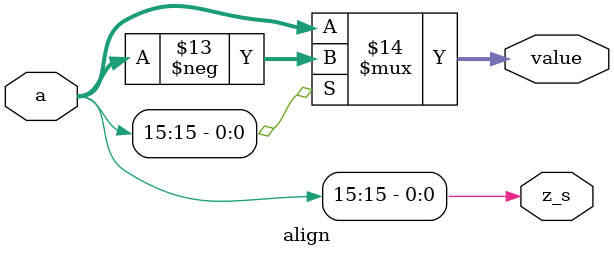
<source format=v>
`define SIMULATION_MEMORY
`define VECTOR_DEPTH 64 //Q,K,V vector size
`define DATA_WIDTH 16
`define VECTOR_BITS 1024 // 16 bit each (16x64)
`define NUM_WORDS 32   //num of words in the sentence
`define BUF_AWIDTH 4 //16 entries in each buffer ram
`define BUF_LOC_SIZE 4 //4 words in each addr location
`define OUT_RAM_DEPTH 512 //512 entries in output bram
//`define EXPONENT 8
//`define MANTISSA 7
`define EXPONENT 5
`define MANTISSA 10
`define SIGN 1
`define DWIDTH (`SIGN+`EXPONENT+`MANTISSA)
`define DEFINES_DONE
`define DATAWIDTH (`SIGN+`EXPONENT+`MANTISSA)
`define IEEE_COMPLIANCE 1
`define NUM 4
`define ADDRSIZE 4

module logunit (fpin, fpout, status, clk, reset, mode5_stage3_run, mode5_stage2_run, mode5_stage1_run);

	input [15:0] fpin;
	output [15:0] fpout;
	output [7:0] status;
	input clk,reset;

	input mode5_stage3_run;
    input mode5_stage2_run;
    input mode5_stage1_run;	
   // input mode5_stage0_run;
  
	wire [15: 0] fxout1;
	wire [15: 0] fxout2;
    wire [15:0] fpin_f;
    wire [15:0] fpout_f;
	reg [15:0] fpin_f_reg;
    reg [15:0] fpout_f_reg;
	reg [15: 0] fxout1_reg;
	reg [15: 0] fxout2_reg;
	//reg [15: 0] pipe1;
	//reg [15: 0] pipe2;

  int_to_float_fp16 int_float (.input_a(fpin),.output_z(fpin_f));
  FPLUT1 lut1 (.addr(fpin_f_reg[14:10]),.log(fxout1)); 
  FP8LUT2 lut2 (.addr(fpin_f_reg[9:2]),.log(fxout2)); 
`ifdef complex_dsp
adder_fp_clk u_add(.clk(clk), .a(fxout1_reg), .b(fxout2_reg), .out(fpout_f));
`else
FPAddSub u_FPAddSub (.clk(clk), .rst(1'b0), .a(fxout1_reg), .b(fxout2_reg), .operation(1'b0), .result(fpout_f), .flags());
`endif
  
  float_to_int_fp16 float_int (.input_a(fpout_f_reg),.output_z(fpout));

    always @(posedge clk) begin
	/*if (reset) begin
		fpin_f_reg <= 16'b0;
	end */
	//if (~reset && mode5_stage2_run) begin
	if (mode5_stage3_run) begin
		fpin_f_reg <= fpin_f;
	end
    end

    always @(posedge clk) begin
	/*if (reset) begin
		fpin_f_reg <= 16'b0;
	end */
	//if (~reset && mode5_stage2_run) begin
	if (mode5_stage2_run) begin
		fxout2_reg <= fxout2;
		fxout1_reg <= fxout1;		
	end
    end
  
    always @(posedge clk) begin
	/*if (reset) begin
		fpout_f_reg <= 16'b0;
	end */
	//if (~reset && mode5_stage1_run) begin
	if (mode5_stage1_run) begin
		fpout_f_reg <= fpout_f;
	end
    end
endmodule
module float_to_int_fp16(
        input_a,
        output_z);


  input     [15:0] input_a;
  output    [15:0] output_z;

  
  wire [27:0] z;
  wire [5:0] a_e, sub_a_e;
  wire a_s;
  wire [15:0] a_m;
  wire [27:0] a_m_shift;  
  
  align_t dut_align (input_a,a_m,a_e,a_s);
  sub_t dut_sub (a_e,sub_a_e);
  am_shift_t dut_am_shift (a_e,sub_a_e,a_m,a_m_shift);
  two_comp_t dut_two_comp (a_m_shift,a_s,z);
  final_out_t dut_final_out (z, a_e, output_z);
  
endmodule
module final_out_t (
  input [27:0] z,
  input [5:0] a_e,
  output [15:0] output_z);
  
  reg [27:0] output_z_temp;

always@(a_e or z) begin
  if (a_e[5] == 1'b1 && a_e[4:0] == 5'd15) begin
		output_z_temp = 27'b0;
	end
  else if (a_e[5] == 0 && a_e[4:0] > 5'd15) begin
		output_z_temp = 27'hFFFF;
	end
	else begin
		output_z_temp = z << 12;
	end
  end
  assign output_z = output_z_temp[27:12];
endmodule
module two_comp_t (
  input [27:0] a_m_shift,
  input a_s,
  output [27:0] z);

assign z = a_s ? -a_m_shift : a_m_shift; // 2's complement

endmodule
module am_shift_t (
  input [5:0] a_e,
  input [5:0] sub_a_e,
  input [15:0] a_m,
  output reg [27:0] a_m_shift);

always@(a_e or sub_a_e or a_m) begin
  if (a_e <= 15 && a_e >= 0 ) begin
    a_m_shift = {a_m,12'b0} >> sub_a_e;
	end
	else begin
		a_m_shift = 24'h0;
	end
  end
  
endmodule
module sub_t (
  input [5:0] a_e,
  output [5:0] sub_a_e);

assign sub_a_e = 15 - a_e;

endmodule
module align_t (
  input [15:0] input_a,
  output [15:0] a_m,
  output [5:0] a_e,
  output a_s);

  wire [15:0] a;

  assign a = input_a;
  assign a_m[15:5] = {1'b1, a[9 : 0]};
  assign a_m[4:0] = 8'b0;
  assign a_e = a[14 : 10] - 15;
  assign a_s = a[15];

endmodule
module FPAddSub(
		//bf16,
		clk,
		rst,
		a,
		b,
		operation,			// 0 add, 1 sub
		result,
		flags
	);
	//input bf16; //1 for Bfloat16, 0 for IEEE half precision

	// Clock and reset
	input clk ;										// Clock signal
	input rst ;										// Reset (active high, resets pipeline registers)
	
	// Input ports
	input [`DWIDTH-1:0] a ;								// Input A, a 32-bit floating point number
	input [`DWIDTH-1:0] b ;								// Input B, a 32-bit floating point number
	input operation ;								// Operation select signal
	
	// Output ports
	output [`DWIDTH-1:0] result ;						// Result of the operation
	output [4:0] flags ;							// Flags indicating exceptions according to IEEE754
	
	// Pipeline Registers
	//reg [79:0] pipe_1;							// Pipeline register PreAlign->Align1
	reg [2*`EXPONENT + 2*`DWIDTH + 5:0] pipe_1;							// Pipeline register PreAlign->Align1

	//reg [67:0] pipe_2;							// Pipeline register Align1->Align3
	//reg [2*`EXPONENT+ 2*`MANTISSA + 8:0] pipe_2;							// Pipeline register Align1->Align3
	wire [2*`EXPONENT+ 2*`MANTISSA + 8:0] pipe_2;

	//reg [76:0] pipe_3;	68						// Pipeline register Align1->Align3
	reg [2*`EXPONENT+ 2*`MANTISSA + 9:0] pipe_3;							// Pipeline register Align1->Align3

	//reg [69:0] pipe_4;							// Pipeline register Align3->Execute
	//reg [2*`EXPONENT+ 2*`MANTISSA + 9:0] pipe_4;							// Pipeline register Align3->Execute
	wire [2*`EXPONENT+ 2*`MANTISSA + 9:0] pipe_4;
	
	//reg [51:0] pipe_5;							// Pipeline register Execute->Normalize
	reg [`DWIDTH+`EXPONENT+11:0] pipe_5;							// Pipeline register Execute->Normalize

	//reg [56:0] pipe_6;							// Pipeline register Nomalize->NormalizeShift1
	//reg [`DWIDTH+`EXPONENT+16:0] pipe_6;							// Pipeline register Nomalize->NormalizeShift1
	wire [`DWIDTH+`EXPONENT+16:0] pipe_6;

	//reg [56:0] pipe_7;							// Pipeline register NormalizeShift2->NormalizeShift3
	//reg [`DWIDTH+`EXPONENT+16:0] pipe_7;							// Pipeline register NormalizeShift2->NormalizeShift3
	wire [`DWIDTH+`EXPONENT+16:0] pipe_7;
	//reg [54:0] pipe_8;							// Pipeline register NormalizeShift3->Round
	reg [`EXPONENT*2+`MANTISSA+15:0] pipe_8;							// Pipeline register NormalizeShift3->Round

	//reg [40:0] pipe_9;							// Pipeline register NormalizeShift3->Round
	//reg [`DWIDTH+8:0] pipe_9;							// Pipeline register NormalizeShift3->Round
	wire [`DWIDTH+8:0] pipe_9;

	// Internal wires between modules
	wire [`DWIDTH-2:0] Aout_0 ;							// A - sign
	wire [`DWIDTH-2:0] Bout_0 ;							// B - sign
	wire Opout_0 ;									// A's sign
	wire Sa_0 ;										// A's sign
	wire Sb_0 ;										// B's sign
	wire MaxAB_1 ;									// Indicates the larger of A and B(0/A, 1/B)
	wire [`EXPONENT-1:0] CExp_1 ;							// Common Exponent
	wire [`EXPONENT-1:0] Shift_1 ;							// Number of steps to smaller mantissa shift right (align)
	wire [`MANTISSA-1:0] Mmax_1 ;							// Larger mantissa
	wire [4:0] InputExc_0 ;						// Input numbers are exceptions
	wire [2*`EXPONENT-1:0] ShiftDet_0 ;
	wire [`MANTISSA-1:0] MminS_1 ;						// Smaller mantissa after 0/16 shift
	wire [`MANTISSA:0] MminS_2 ;						// Smaller mantissa after 0/4/8/12 shift
	wire [`MANTISSA:0] Mmin_3 ;							// Smaller mantissa after 0/1/2/3 shift
	wire [`DWIDTH:0] Sum_4 ;
	wire PSgn_4 ;
	wire Opr_4 ;
	wire [`EXPONENT-1:0] Shift_5 ;							// Number of steps to shift sum left (normalize)
	wire [`DWIDTH:0] SumS_5 ;							// Sum after 0/16 shift
	wire [`DWIDTH:0] SumS_6 ;							// Sum after 0/16 shift
	wire [`DWIDTH:0] SumS_7 ;							// Sum after 0/16 shift
	wire [`MANTISSA-1:0] NormM_8 ;						// Normalized mantissa
	wire [`EXPONENT:0] NormE_8;							// Adjusted exponent
	wire ZeroSum_8 ;								// Zero flag
	wire NegE_8 ;									// Flag indicating negative exponent
	wire R_8 ;										// Round bit
	wire S_8 ;										// Final sticky bit
	wire FG_8 ;										// Final sticky bit
	wire [`DWIDTH-1:0] P_int ;
	wire EOF ;
	
	// Prepare the operands for alignment and check for exceptions
	FPAddSub_PrealignModule PrealignModule
	(	// Inputs
		a, b, operation,
		// Outputs
		Sa_0, Sb_0, ShiftDet_0[2*`EXPONENT-1:0], InputExc_0[4:0], Aout_0[`DWIDTH-2:0], Bout_0[`DWIDTH-2:0], Opout_0) ;
		
	// Prepare the operands for alignment and check for exceptions
	FPAddSub_AlignModule AlignModule
	(	// Inputs
		pipe_1[2*`EXPONENT + 2*`DWIDTH + 4: 2*`EXPONENT +`DWIDTH + 6], pipe_1[2*`EXPONENT +`DWIDTH + 5 :  2*`EXPONENT +7], pipe_1[2*`EXPONENT+4:5],
		// Outputs
		CExp_1[`EXPONENT-1:0], MaxAB_1, Shift_1[`EXPONENT-1:0], MminS_1[`MANTISSA-1:0], Mmax_1[`MANTISSA-1:0]) ;	

	// Alignment Shift Stage 1
	FPAddSub_AlignShift1 AlignShift1
	(  // Inputs
		//bf16, 
		pipe_2[`MANTISSA-1:0], pipe_2[`EXPONENT+ 2*`MANTISSA + 4 : 2*`MANTISSA + 7],
		// Outputs
		MminS_2[`MANTISSA:0]) ;

	// Alignment Shift Stage 3 and compution of guard and sticky bits
	FPAddSub_AlignShift2 AlignShift2  
	(  // Inputs
		pipe_3[`MANTISSA:0], pipe_3[2*`MANTISSA+7:2*`MANTISSA+6],
		// Outputs
		Mmin_3[`MANTISSA:0]) ;
						
	// Perform mantissa addition
	FPAddSub_ExecutionModule ExecutionModule
	(  // Inputs
		pipe_4[`MANTISSA*2+5:`MANTISSA+6], pipe_4[`MANTISSA:0], pipe_4[2*`EXPONENT+ 2*`MANTISSA + 8], pipe_4[2*`EXPONENT+ 2*`MANTISSA + 7], pipe_4[2*`EXPONENT+ 2*`MANTISSA + 6], pipe_4[2*`EXPONENT+ 2*`MANTISSA + 9],
		// Outputs
		Sum_4[`DWIDTH:0], PSgn_4, Opr_4) ;
	
	// Prepare normalization of result
	FPAddSub_NormalizeModule NormalizeModule
	(  // Inputs
		pipe_5[`DWIDTH:0], 
		// Outputs
		SumS_5[`DWIDTH:0], Shift_5[4:0]) ;
					
	// Normalization Shift Stage 1
	FPAddSub_NormalizeShift1 NormalizeShift1
	(  // Inputs
		pipe_6[`DWIDTH:0], pipe_6[`DWIDTH+`EXPONENT+14:`DWIDTH+`EXPONENT+11],
		// Outputs
		SumS_7[`DWIDTH:0]) ;
		
	// Normalization Shift Stage 3 and final guard, sticky and round bits
	FPAddSub_NormalizeShift2 NormalizeShift2
	(  // Inputs
		pipe_7[`DWIDTH:0], pipe_7[`DWIDTH+`EXPONENT+5:`DWIDTH+6], pipe_7[`DWIDTH+`EXPONENT+15:`DWIDTH+`EXPONENT+11],
		// Outputs
		NormM_8[`MANTISSA-1:0], NormE_8[`EXPONENT:0], ZeroSum_8, NegE_8, R_8, S_8, FG_8) ;

	// Round and put result together
	FPAddSub_RoundModule RoundModule
	(  // Inputs
		 pipe_8[3], pipe_8[4+`EXPONENT:4], pipe_8[`EXPONENT+`MANTISSA+4:5+`EXPONENT], pipe_8[1], pipe_8[0], pipe_8[`EXPONENT*2+`MANTISSA+15], pipe_8[`EXPONENT*2+`MANTISSA+12], pipe_8[`EXPONENT*2+`MANTISSA+11], pipe_8[`EXPONENT*2+`MANTISSA+14], pipe_8[`EXPONENT*2+`MANTISSA+10], 
		// Outputs
		P_int[`DWIDTH-1:0], EOF) ;
	
	// Check for exceptions
	FPAddSub_ExceptionModule Exceptionmodule
	(  // Inputs
		pipe_9[8+`DWIDTH:9], pipe_9[8], pipe_9[7], pipe_9[6], pipe_9[5:1], pipe_9[0], 
		// Outputs
		result[`DWIDTH-1:0], flags[4:0]) ;			
	

assign pipe_2 = {pipe_1[2*`EXPONENT + 2*`DWIDTH + 5], pipe_1[2*`EXPONENT +6:2*`EXPONENT +5], MaxAB_1, CExp_1[`EXPONENT-1:0], Shift_1[`EXPONENT-1:0], Mmax_1[`MANTISSA-1:0], pipe_1[4:0], MminS_1[`MANTISSA-1:0]} ;
assign pipe_4 = {pipe_3[2*`EXPONENT+ 2*`MANTISSA + 9:`MANTISSA+1], Mmin_3[`MANTISSA:0]} ;
assign pipe_6 = {pipe_5[`DWIDTH+`EXPONENT+11], Shift_5[4:0], pipe_5[`DWIDTH+`EXPONENT+10:`DWIDTH+1], SumS_5[`DWIDTH:0]} ;
assign pipe_7 = {pipe_6[`DWIDTH+`EXPONENT+16:`DWIDTH+1], SumS_7[`DWIDTH:0]} ;
assign pipe_9 = {P_int[`DWIDTH-1:0], pipe_8[2], pipe_8[1], pipe_8[0], pipe_8[`EXPONENT+`MANTISSA+9:`EXPONENT+`MANTISSA+5], EOF} ;

	always @ (posedge clk) begin	
		if(rst) begin
			pipe_1 <= 0;
			//pipe_2 <= 0;
			pipe_3 <= 0;
			//pipe_4 <= 0;
			pipe_5 <= 0;
			//pipe_6 <= 0;
			//pipe_7 <= 0;
			pipe_8 <= 0;
			//pipe_9 <= 0;
		end 
		else begin
/* PIPE_1:
	[2*`EXPONENT + 2*`DWIDTH + 5]  Opout_0
	[2*`EXPONENT + 2*`DWIDTH + 4: 2*`EXPONENT +`DWIDTH + 6] A_out0
	[2*`EXPONENT +`DWIDTH + 5 :  2*`EXPONENT +7] Bout_0
	[2*`EXPONENT +6] Sa_0
	[2*`EXPONENT +5] Sb_0
	[2*`EXPONENT +4 : 5] ShiftDet_0
	[4:0] Input Exc
*/
			pipe_1 <= {Opout_0, Aout_0[`DWIDTH-2:0], Bout_0[`DWIDTH-2:0], Sa_0, Sb_0, ShiftDet_0[2*`EXPONENT -1:0], InputExc_0[4:0]} ;	
/* PIPE_2
[2*`EXPONENT+ 2*`MANTISSA + 8] operation
[2*`EXPONENT+ 2*`MANTISSA + 7] Sa_0
[2*`EXPONENT+ 2*`MANTISSA + 6] Sb_0
[2*`EXPONENT+ 2*`MANTISSA + 5] MaxAB_0
[2*`EXPONENT+ 2*`MANTISSA + 4:`EXPONENT+ 2*`MANTISSA + 5] CExp_0
[`EXPONENT+ 2*`MANTISSA + 4 : 2*`MANTISSA + 5] Shift_0
[2*`MANTISSA + 4:`MANTISSA + 5] Mmax_0
[`MANTISSA + 4 : `MANTISSA] InputExc_0
[`MANTISSA-1:0] MminS_1
*/
			//pipe_2 <= {pipe_1[2*`EXPONENT + 2*`DWIDTH + 5], pipe_1[2*`EXPONENT +6:2*`EXPONENT +5], MaxAB_1, CExp_1[`EXPONENT-1:0], Shift_1[`EXPONENT-1:0], Mmax_1[`MANTISSA-1:0], pipe_1[4:0], MminS_1[`MANTISSA-1:0]} ;	
/* PIPE_3
[2*`EXPONENT+ 2*`MANTISSA + 9] operation
[2*`EXPONENT+ 2*`MANTISSA + 8] Sa_0
[2*`EXPONENT+ 2*`MANTISSA + 7] Sb_0
[2*`EXPONENT+ 2*`MANTISSA + 6] MaxAB_0
[2*`EXPONENT+ 2*`MANTISSA + 5:`EXPONENT+ 2*`MANTISSA + 6] CExp_0
[`EXPONENT+ 2*`MANTISSA + 5 : 2*`MANTISSA + 6] Shift_0
[2*`MANTISSA + 5:`MANTISSA + 6] Mmax_0
[`MANTISSA + 5 : `MANTISSA + 1] InputExc_0
[`MANTISSA:0] MminS_2
*/
			pipe_3 <= {pipe_2[2*`EXPONENT+ 2*`MANTISSA + 8:`MANTISSA], MminS_2[`MANTISSA:0]} ;	
/* PIPE_4
[2*`EXPONENT+ 2*`MANTISSA + 9] operation
[2*`EXPONENT+ 2*`MANTISSA + 8] Sa_0
[2*`EXPONENT+ 2*`MANTISSA + 7] Sb_0
[2*`EXPONENT+ 2*`MANTISSA + 6] MaxAB_0
[2*`EXPONENT+ 2*`MANTISSA + 5:`EXPONENT+ 2*`MANTISSA + 6] CExp_0
[`EXPONENT+ 2*`MANTISSA + 5 : 2*`MANTISSA + 6] Shift_0
[2*`MANTISSA + 5:`MANTISSA + 6] Mmax_0
[`MANTISSA + 5 : `MANTISSA + 1] InputExc_0
[`MANTISSA:0] MminS_3
*/				
			//pipe_4 <= {pipe_3[2*`EXPONENT+ 2*`MANTISSA + 9:`MANTISSA+1], Mmin_3[`MANTISSA:0]} ;	
/* PIPE_5 :
[`DWIDTH+ `EXPONENT + 11] operation
[`DWIDTH+ `EXPONENT + 10] PSgn_4
[`DWIDTH+ `EXPONENT + 9] Opr_4
[`DWIDTH+ `EXPONENT + 8] Sa_0
[`DWIDTH+ `EXPONENT + 7] Sb_0
[`DWIDTH+ `EXPONENT + 6] MaxAB_0
[`DWIDTH+ `EXPONENT + 5 :`DWIDTH+6] CExp_0
[`DWIDTH+5:`DWIDTH+1] InputExc_0
[`DWIDTH:0] Sum_4
*/					
			pipe_5 <= {pipe_4[2*`EXPONENT+ 2*`MANTISSA + 9], PSgn_4, Opr_4, pipe_4[2*`EXPONENT+ 2*`MANTISSA + 8:`EXPONENT+ 2*`MANTISSA + 6], pipe_4[`MANTISSA+5:`MANTISSA+1], Sum_4[`DWIDTH:0]} ;
/* PIPE_6 :
[`DWIDTH+ `EXPONENT + 16] operation
[`DWIDTH+ `EXPONENT + 15:`DWIDTH+ `EXPONENT + 11] Shift_5
[`DWIDTH+ `EXPONENT + 10] PSgn_4
[`DWIDTH+ `EXPONENT + 9] Opr_4
[`DWIDTH+ `EXPONENT + 8] Sa_0
[`DWIDTH+ `EXPONENT + 7] Sb_0
[`DWIDTH+ `EXPONENT + 6] MaxAB_0
[`DWIDTH+ `EXPONENT + 5 :`DWIDTH+6] CExp_0
[`DWIDTH+5:`DWIDTH+1] InputExc_0
[`DWIDTH:0] Sum_4
*/				
			//pipe_6 <= {pipe_5[`DWIDTH+`EXPONENT+11], Shift_5[4:0], pipe_5[`DWIDTH+`EXPONENT+10:`DWIDTH+1], SumS_5[`DWIDTH:0]} ;	
/* PIPE_7 :
[`DWIDTH+ `EXPONENT + 16] operation
[`DWIDTH+ `EXPONENT + 15:`DWIDTH+ `EXPONENT + 11] Shift_5
[`DWIDTH+ `EXPONENT + 10] PSgn_4
[`DWIDTH+ `EXPONENT + 9] Opr_4
[`DWIDTH+ `EXPONENT + 8] Sa_0
[`DWIDTH+ `EXPONENT + 7] Sb_0
[`DWIDTH+ `EXPONENT + 6] MaxAB_0
[`DWIDTH+ `EXPONENT + 5 :`DWIDTH+6] CExp_0
[`DWIDTH+5:`DWIDTH+1] InputExc_0
[`DWIDTH:0] Sum_4
*/						
			//pipe_7 <= {pipe_6[`DWIDTH+`EXPONENT+16:`DWIDTH+1], SumS_7[`DWIDTH:0]} ;	
/* PIPE_8:
[2*`EXPONENT + `MANTISSA + 15] FG_8 
[2*`EXPONENT + `MANTISSA + 14] operation
[2*`EXPONENT + `MANTISSA + 13] PSgn_4
[2*`EXPONENT + `MANTISSA + 12] Sa_0
[2*`EXPONENT + `MANTISSA + 11] Sb_0
[2*`EXPONENT + `MANTISSA + 10] MaxAB_0
[2*`EXPONENT + `MANTISSA + 9:`EXPONENT + `MANTISSA + 10] CExp_0
[`EXPONENT + `MANTISSA + 9:`EXPONENT + `MANTISSA + 5] InputExc_8
[`EXPONENT + `MANTISSA + 4 :`EXPONENT + 5] NormM_8 
[`EXPONENT + 4 :4] NormE_8
[3] ZeroSum_8
[2] NegE_8
[1] R_8
[0] S_8
*/				
			pipe_8 <= {FG_8, pipe_7[`DWIDTH+`EXPONENT+16], pipe_7[`DWIDTH+`EXPONENT+10], pipe_7[`DWIDTH+`EXPONENT+8:`DWIDTH+1], NormM_8[`MANTISSA-1:0], NormE_8[`EXPONENT:0], ZeroSum_8, NegE_8, R_8, S_8} ;	
/* pipe_9:
[`DWIDTH + 8 :9] P_int
[8] NegE_8
[7] R_8
[6] S_8
[5:1] InputExc_8
[0] EOF
*/				
			//pipe_9 <= {P_int[`DWIDTH-1:0], pipe_8[2], pipe_8[1], pipe_8[0], pipe_8[`EXPONENT+`MANTISSA+9:`EXPONENT+`MANTISSA+5], EOF} ;	
		end
	end		
	
endmodule
module FPAddSub_ExceptionModule(
		Z,
		NegE,
		R,
		S,
		InputExc,
		EOF,
		P,
		Flags
    );
	 
	// Input ports
	input [`DWIDTH-1:0] Z	;					// Final product
	input NegE ;						// Negative exponent?
	input R ;							// Round bit
	input S ;							// Sticky bit
	input [4:0] InputExc ;			// Exceptions in inputs A and B
	input EOF ;
	
	// Output ports
	output [`DWIDTH-1:0] P ;					// Final result
	output [4:0] Flags ;				// Exception flags
	
	// Internal signals
	wire Overflow ;					// Overflow flag
	wire Underflow ;					// Underflow flag
	wire DivideByZero ;				// Divide-by-Zero flag (always 0 in Add/Sub)
	wire Invalid ;						// Invalid inputs or result
	wire Inexact ;						// Result is inexact because of rounding
	
	// Exception flags
	
	// Result is too big to be represented
	assign Overflow = EOF | InputExc[1] | InputExc[0] ;
	
	// Result is too small to be represented
	assign Underflow = NegE & (R | S);
	
	// Infinite result computed exactly from finite operands
	assign DivideByZero = &(Z[`MANTISSA+`EXPONENT-1:`MANTISSA]) & ~|(Z[`MANTISSA+`EXPONENT-1:`MANTISSA]) & ~InputExc[1] & ~InputExc[0];
	
	// Invalid inputs or operation
	assign Invalid = |(InputExc[4:2]) ;
	
	// Inexact answer due to rounding, overflow or underflow
	assign Inexact = (R | S) | Overflow | Underflow;
	
	// Put pieces together to form final result
	assign P = Z ;
	
	// Collect exception flags	
	assign Flags = {Overflow, Underflow, DivideByZero, Invalid, Inexact} ; 	
	
endmodule
module FPAddSub_RoundModule(
		ZeroSum,
		NormE,
		NormM,
		R,
		S,
		G,
		Sa,
		Sb,
		Ctrl,
		MaxAB,
		Z,
		EOF
    );

	// Input ports
	input ZeroSum ;					// Sum is zero
	input [`EXPONENT:0] NormE ;				// Normalized exponent
	input [`MANTISSA-1:0] NormM ;				// Normalized mantissa
	input R ;							// Round bit
	input S ;							// Sticky bit
	input G ;
	input Sa ;							// A's sign bit
	input Sb ;							// B's sign bit
	input Ctrl ;						// Control bit (operation)
	input MaxAB ;
	
	// Output ports
	output [`DWIDTH-1:0] Z ;					// Final result
	output EOF ;
	
	// Internal signals
	wire [`MANTISSA:0] RoundUpM ;			// Rounded up sum with room for overflow
	wire [`MANTISSA-1:0] RoundM ;				// The final rounded sum
	wire [`EXPONENT:0] RoundE ;				// Rounded exponent (note extra bit due to poential overflow	)
	wire RoundUp ;						// Flag indicating that the sum should be rounded up
        wire FSgn;
	wire ExpAdd ;						// May have to add 1 to compensate for overflow 
	wire RoundOF ;						// Rounding overflow
	
	wire [`EXPONENT:0]temp_2;
	assign temp_2 = 0;
	// The cases where we need to round upwards (= adding one) in Round to nearest, tie to even
	assign RoundUp = (G & ((R | S) | NormM[0])) ;
	
	// Note that in the other cases (rounding down), the sum is already 'rounded'
	assign RoundUpM = (NormM + 1) ;								// The sum, rounded up by 1
	assign RoundM = (RoundUp ? RoundUpM[`MANTISSA-1:0] : NormM) ; 	// Compute final mantissa	
	assign RoundOF = RoundUp & RoundUpM[`MANTISSA] ; 				// Check for overflow when rounding up

	// Calculate post-rounding exponent
	assign ExpAdd = (RoundOF ? 1'b1 : 1'b0) ; 				// Add 1 to exponent to compensate for overflow
	assign RoundE = ZeroSum ? temp_2 : (NormE + ExpAdd) ; 							// Final exponent

	// If zero, need to determine sign according to rounding
	assign FSgn = (ZeroSum & (Sa ^ Sb)) | (ZeroSum ? (Sa & Sb & ~Ctrl) : ((~MaxAB & Sa) | ((Ctrl ^ Sb) & (MaxAB | Sa)))) ;

	// Assign final result
	assign Z = {FSgn, RoundE[`EXPONENT-1:0], RoundM[`MANTISSA-1:0]} ;
	
	// Indicate exponent overflow
	assign EOF = RoundE[`EXPONENT];
	
endmodule
module FPAddSub_NormalizeShift2(
		PSSum,
		CExp,
		Shift,
		NormM,
		NormE,
		ZeroSum,
		NegE,
		R,
		S,
		FG
	);
	
	// Input ports
	input [`DWIDTH:0] PSSum ;					// The Pre-Shift-Sum
	input [`EXPONENT-1:0] CExp ;
	input [4:0] Shift ;					// Amount to be shifted

	// Output ports
	output [`MANTISSA-1:0] NormM ;				// Normalized mantissa
	output [`EXPONENT:0] NormE ;					// Adjusted exponent
	output ZeroSum ;						// Zero flag
	output NegE ;							// Flag indicating negative exponent
	output R ;								// Round bit
	output S ;								// Final sticky bit
	output FG ;

	// Internal signals
	wire MSBShift ;						// Flag indicating that a second shift is needed
	wire [`EXPONENT:0] ExpOF ;					// MSB set in sum indicates overflow
	wire [`EXPONENT:0] ExpOK ;					// MSB not set, no adjustment
	
	// Calculate normalized exponent and mantissa, check for all-zero sum
	assign MSBShift = PSSum[`DWIDTH] ;		// Check MSB in unnormalized sum
	assign ZeroSum = ~|PSSum ;			// Check for all zero sum
	assign ExpOK = CExp - Shift ;		// Adjust exponent for new normalized mantissa
	assign NegE = ExpOK[`EXPONENT] ;			// Check for exponent overflow
	assign ExpOF = CExp - Shift + 1'b1 ;		// If MSB set, add one to exponent(x2)
	assign NormE = MSBShift ? ExpOF : ExpOK ;			// Check for exponent overflow
	assign NormM = PSSum[`DWIDTH-1:`EXPONENT+1] ;		// The new, normalized mantissa
	
	// Also need to compute sticky and round bits for the rounding stage
	assign FG = PSSum[`EXPONENT] ; 
	assign R = PSSum[`EXPONENT-1] ;
	assign S = |PSSum[`EXPONENT-2:0] ;
	
endmodule
module FPAddSub_NormalizeShift1(
		MminP,
		Shift,
		Mmin
	);
	
	// Input ports
	input [`DWIDTH:0] MminP ;						// Smaller mantissa after 16|12|8|4 shift
	input [3:0] Shift ;						// Shift amount
	
	// Output ports
	output [`DWIDTH:0] Mmin ;						// The smaller mantissa
	
	reg	  [`DWIDTH:0]		Lvl2;
	wire    [2*`DWIDTH+1:0]    Stage1;	
	reg	  [`DWIDTH:0]		Lvl3;
	wire    [2*`DWIDTH+1:0]    Stage2;	
	integer           i;               	// Loop variable
	
	assign Stage1 = {MminP, MminP};

	always @(*) begin    					// Rotate {0 | 4 | 8 | 12} bits
	  case (Shift[3:2])
			// Rotate by 0
			2'b00: Lvl2 <= Stage1[`DWIDTH:0];       		
			// Rotate by 4
			2'b01: begin for (i=33; i>=17; i=i-1) begin Lvl2[i-33] <= Stage1[i-4]; end Lvl2[3:0] <= 0; end
			// Rotate by 8
			2'b10: begin for (i=33; i>=17; i=i-1) begin Lvl2[i-33] <= Stage1[i-8]; end Lvl2[7:0] <= 0; end
			// Rotate by 12
			2'b11: begin for (i=33; i>=17; i=i-1) begin Lvl2[i-33] <= Stage1[i-12]; end Lvl2[11:0] <= 0; end
	  endcase
	end
	
	assign Stage2 = {Lvl2, Lvl2};

	always @(*) begin   				 		// Rotate {0 | 1 | 2 | 3} bits
	  case (Shift[1:0])
			// Rotate by 0
			2'b00:  Lvl3 <= Stage2[`DWIDTH:0];
			// Rotate by 1
			2'b01: begin for (i=33; i>=17; i=i-1) begin Lvl3[i-`DWIDTH-1] <= Stage2[i-1]; end Lvl3[0] <= 0; end 
			// Rotate by 2
			2'b10: begin for (i=33; i>=17; i=i-1) begin Lvl3[i-`DWIDTH-1] <= Stage2[i-2]; end Lvl3[1:0] <= 0; end
			// Rotate by 3
			2'b11: begin for (i=33; i>=17; i=i-1) begin Lvl3[i-`DWIDTH-1] <= Stage2[i-3]; end Lvl3[2:0] <= 0; end
	  endcase
	end
	
	// Assign outputs
	assign Mmin = Lvl3;						// Take out smaller mantissa			
	
endmodule
module FPAddSub_NormalizeModule(
		Sum,
		Mmin,
		Shift
    );

	// Input ports
	input [`DWIDTH:0] Sum ;					// Mantissa sum including hidden 1 and GRS
	
	// Output ports
	output [`DWIDTH:0] Mmin ;					// Mantissa after 16|0 shift
	output [4:0] Shift ;					// Shift amount
	//Changes in this doesn't matter since even Bfloat16 can't go beyond 7 shift to the mantissa (only 3 bits valid here)  
	// Determine normalization shift amount by finding leading nought
	assign Shift =  ( 
		Sum[16] ? 5'b00000 :	 
		Sum[15] ? 5'b00001 : 
		Sum[14] ? 5'b00010 : 
		Sum[13] ? 5'b00011 : 
		Sum[12] ? 5'b00100 : 
		Sum[11] ? 5'b00101 : 
		Sum[10] ? 5'b00110 : 
		Sum[9] ? 5'b00111 :
		Sum[8] ? 5'b01000 :
		Sum[7] ? 5'b01001 :
		Sum[6] ? 5'b01010 :
		Sum[5] ? 5'b01011 :
		Sum[4] ? 5'b01100 : 5'b01101
	//	Sum[19] ? 5'b01101 :
	//	Sum[18] ? 5'b01110 :
	//	Sum[17] ? 5'b01111 :
	//	Sum[16] ? 5'b10000 :
	//	Sum[15] ? 5'b10001 :
	//	Sum[14] ? 5'b10010 :
	//	Sum[13] ? 5'b10011 :
	//	Sum[12] ? 5'b10100 :
	//	Sum[11] ? 5'b10101 :
	//	Sum[10] ? 5'b10110 :
	//	Sum[9] ? 5'b10111 :
	//	Sum[8] ? 5'b11000 :
	//	Sum[7] ? 5'b11001 : 5'b11010
	);
	
	reg	  [`DWIDTH:0]		Lvl1;
	
	always @(*) begin
		// Rotate by 16?
		Lvl1 <= Shift[4] ? {Sum[8:0], 8'b00000000} : Sum; 
	end
	
	// Assign outputs
	assign Mmin = Lvl1;						// Take out smaller mantissa

endmodule
module FPAddSub_ExecutionModule(
		Mmax,
		Mmin,
		Sa,
		Sb,
		MaxAB,
		OpMode,
		Sum,
		PSgn,
		Opr
    );

	// Input ports
	input [`MANTISSA-1:0] Mmax ;					// The larger mantissa
	input [`MANTISSA:0] Mmin ;					// The smaller mantissa
	input Sa ;								// Sign bit of larger number
	input Sb ;								// Sign bit of smaller number
	input MaxAB ;							// Indicates the larger number (0/A, 1/B)
	input OpMode ;							// Operation to be performed (0/Add, 1/Sub)
	
	// Output ports
	output [`DWIDTH:0] Sum ;					// The result of the operation
	output PSgn ;							// The sign for the result
	output Opr ;							// The effective (performed) operation

	wire [`EXPONENT-1:0]temp_1;

	assign Opr = (OpMode^Sa^Sb); 		// Resolve sign to determine operation
	assign temp_1 = 0;
	// Perform effective operation
//SAMIDH_UNSURE 5--> 8

	assign Sum = (OpMode^Sa^Sb) ? ({1'b1, Mmax, temp_1} - {Mmin, temp_1}) : ({1'b1, Mmax, temp_1} + {Mmin, temp_1}) ;
	
	// Assign result sign
	assign PSgn = (MaxAB ? Sb : Sa) ;

endmodule
module FPAddSub_AlignShift2(
		MminP,
		Shift,
		Mmin
	);
	
	// Input ports
	input [`MANTISSA:0] MminP ;						// Smaller mantissa after 16|12|8|4 shift
	input [1:0] Shift ;						// Shift amount. Last 2 bits
	
	// Output ports
	output [`MANTISSA:0] Mmin ;						// The smaller mantissa
	
	// Internal Signal
	reg	  [`MANTISSA:0]		Lvl3;
	wire    [2*`MANTISSA+1:0]    Stage2;	
	integer           j;               // Loop variable
	
	assign Stage2 = {11'b0, MminP};

	always @(*) begin    // Rotate {0 | 1 | 2 | 3} bits
	  case (Shift[1:0])
			// Rotate by 0
			2'b00:  Lvl3 <= Stage2[`MANTISSA:0];   
			// Rotate by 1
			2'b01:  begin for (j=0; j<=`MANTISSA; j=j+1)  begin Lvl3[j] <= Stage2[j+1]; end Lvl3[`MANTISSA] <= 0; end 
			// Rotate by 2
			2'b10:  begin for (j=0; j<=`MANTISSA; j=j+1)  begin Lvl3[j] <= Stage2[j+2]; end Lvl3[`MANTISSA:`MANTISSA-1] <= 0; end 
			// Rotate by 3
			2'b11:  begin for (j=0; j<=`MANTISSA; j=j+1)  begin Lvl3[j] <= Stage2[j+3]; end Lvl3[`MANTISSA:`MANTISSA-2] <= 0; end 	  
	  endcase
	end
	
	// Assign output
	assign Mmin = Lvl3;						// Take out smaller mantissa				

endmodule
module FPAddSub_AlignShift1(
		//bf16,
		MminP,
		Shift,
		Mmin
	);
	
	// Input ports
	//input bf16;
	input [`MANTISSA-1:0] MminP ;						// Smaller mantissa after 16|12|8|4 shift
	input [`EXPONENT-3:0] Shift ;						// Shift amount. Last 2 bits of shifting are done in next stage. Hence, we have [`EXPONENT - 2] bits
	
	// Output ports
	output [`MANTISSA:0] Mmin ;						// The smaller mantissa
	

	wire bf16;
	assign bf16 = 1'b1; //hardcoding to 1, to avoid ODIN issue. a `ifdef here wasn't working. apparently, nested `ifdefs don't work

	// Internal signals
	reg	  [`MANTISSA:0]		Lvl1;
	reg	  [`MANTISSA:0]		Lvl2;
	wire    [2*`MANTISSA+1:0]    Stage1;	
	integer           i;                // Loop variable

	wire [`MANTISSA:0] temp_0; 

assign temp_0 = 0;

	always @(*) begin
		if (bf16 == 1'b1) begin						
//hardcoding for bfloat16
	//For bfloat16, we can shift the mantissa by a max of 7 bits since mantissa has a width of 7. 
	//Hence if either, bit[3]/bit[4]/bit[5]/bit[6]/bit[7] is 1, we can make it 0. This corresponds to bits [5:1] in our updated shift which doesn't contain last 2 bits.
		//Lvl1 <= (Shift[1]|Shift[2]|Shift[3]|Shift[4]|Shift[5]) ? {temp_0} : {1'b1, MminP};  // MANTISSA + 1 width	
		Lvl1 <= (|Shift[`EXPONENT-3:1]) ? {temp_0} : {1'b1, MminP};  // MANTISSA + 1 width	
		end
		else begin
		//for half precision fp16, 10 bits can be shifted. Hence, only shifts till 10 (01010)can be made. 
		Lvl1 <= Shift[2] ? {temp_0} : {1'b1, MminP};
		end
	end
	
	assign Stage1 = { temp_0, Lvl1}; //2*MANTISSA + 2 width

	always @(*) begin    					// Rotate {0 | 4 } bits
	if(bf16 == 1'b1) begin
	  case (Shift[0])
			// Rotate by 0	
			1'b0:  Lvl2 <= Stage1[`MANTISSA:0];       			
			// Rotate by 4	
			1'b1:  begin for (i=0; i<=`MANTISSA; i=i+1) begin Lvl2[i] <= Stage1[i+4]; end Lvl2[`MANTISSA:`MANTISSA-3] <= 0; end
	  endcase
	end
	else begin
	  case (Shift[1:0])					// Rotate {0 | 4 | 8} bits
			// Rotate by 0	
			2'b00:  Lvl2 <= Stage1[`MANTISSA:0];       			
			// Rotate by 4	
			2'b01:  begin for (i=0; i<=`MANTISSA; i=i+1) begin Lvl2[i] <= Stage1[i+4]; end Lvl2[`MANTISSA:`MANTISSA-3] <= 0; end
			// Rotate by 8
			2'b10:  begin for (i=0; i<=`MANTISSA; i=i+1) begin Lvl2[i] <= Stage1[i+8]; end Lvl2[`MANTISSA:`MANTISSA-7] <= 0; end
			// Rotate by 12	
			2'b11: Lvl2[`MANTISSA: 0] <= 0; 
			//2'b11:  begin for (i=0; i<=`MANTISSA; i=i+1) begin Lvl2[i] <= Stage1[i+12]; end Lvl2[`MANTISSA:`MANTISSA-12] <= 0; end
	  endcase
	end
	end

	// Assign output to next shift stage
	assign Mmin = Lvl2;
	
endmodule
module FPAddSub_AlignModule (
		A,
		B,
		ShiftDet,
		CExp,
		MaxAB,
		Shift,
		Mmin,
		Mmax
	);
	
	// Input ports
	input [`DWIDTH-2:0] A ;								// Input A, a 32-bit floating point number
	input [`DWIDTH-2:0] B ;								// Input B, a 32-bit floating point number
	input [2*`EXPONENT-1:0] ShiftDet ;
	
	// Output ports
	output [`EXPONENT-1:0] CExp ;							// Common Exponent
	output MaxAB ;									// Incidates larger of A and B (0/A, 1/B)
	output [`EXPONENT-1:0] Shift ;							// Number of steps to smaller mantissa shift right
	output [`MANTISSA-1:0] Mmin ;							// Smaller mantissa 
	output [`MANTISSA-1:0] Mmax ;							// Larger mantissa
	
	// Internal signals
	//wire BOF ;										// Check for shifting overflow if B is larger
	//wire AOF ;										// Check for shifting overflow if A is larger
	
	assign MaxAB = (A[`DWIDTH-2:0] < B[`DWIDTH-2:0]) ;	
	//assign BOF = ShiftDet[9:5] < 25 ;		// Cannot shift more than 25 bits
	//assign AOF = ShiftDet[4:0] < 25 ;		// Cannot shift more than 25 bits
	
	// Determine final shift value
	//assign Shift = MaxAB ? (BOF ? ShiftDet[9:5] : 5'b11001) : (AOF ? ShiftDet[4:0] : 5'b11001) ;
	
	assign Shift = MaxAB ? ShiftDet[2*`EXPONENT-1:`EXPONENT] : ShiftDet[`EXPONENT-1:0] ;
	
	// Take out smaller mantissa and append shift space
	assign Mmin = MaxAB ? A[`MANTISSA-1:0] : B[`MANTISSA-1:0] ; 
	
	// Take out larger mantissa	
	assign Mmax = MaxAB ? B[`MANTISSA-1:0]: A[`MANTISSA-1:0] ;	
	
	// Common exponent
	assign CExp = (MaxAB ? B[`MANTISSA+`EXPONENT-1:`MANTISSA] : A[`MANTISSA+`EXPONENT-1:`MANTISSA]) ;		
	
endmodule
module FPAddSub_PrealignModule(
		A,
		B,
		operation,
		Sa,
		Sb,
		ShiftDet,
		InputExc,
		Aout,
		Bout,
		Opout
	);
	
	// Input ports
	input [`DWIDTH-1:0] A ;										// Input A, a 32-bit floating point number
	input [`DWIDTH-1:0] B ;										// Input B, a 32-bit floating point number
	input operation ;
	
	// Output ports
	output Sa ;												// A's sign
	output Sb ;												// B's sign
	output [2*`EXPONENT-1:0] ShiftDet ;
	output [4:0] InputExc ;								// Input numbers are exceptions
	output [`DWIDTH-2:0] Aout ;
	output [`DWIDTH-2:0] Bout ;
	output Opout ;
	
	// Internal signals									// If signal is high...
	wire ANaN ;												// A is a NaN (Not-a-Number)
	wire BNaN ;												// B is a NaN
	wire AInf ;												// A is infinity
	wire BInf ;												// B is infinity
	wire [`EXPONENT-1:0] DAB ;										// ExpA - ExpB					
	wire [`EXPONENT-1:0] DBA ;										// ExpB - ExpA	
	
	assign ANaN = &(A[`DWIDTH-2:`DWIDTH-1-`EXPONENT]) & |(A[`MANTISSA-1:0]) ;		// All one exponent and not all zero mantissa - NaN
	assign BNaN = &(B[`DWIDTH-2:`DWIDTH-1-`EXPONENT]) & |(B[`MANTISSA-1:0]);		// All one exponent and not all zero mantissa - NaN
	assign AInf = &(A[`DWIDTH-2:`DWIDTH-1-`EXPONENT]) & ~|(A[`MANTISSA-1:0]) ;	// All one exponent and all zero mantissa - Infinity
	assign BInf = &(B[`DWIDTH-2:`DWIDTH-1-`EXPONENT]) & ~|(B[`MANTISSA-1:0]) ;	// All one exponent and all zero mantissa - Infinity
	
	// Put all flags into exception vector
	assign InputExc = {(ANaN | BNaN | AInf | BInf), ANaN, BNaN, AInf, BInf} ;
	
	//assign DAB = (A[30:23] - B[30:23]) ;
	//assign DBA = (B[30:23] - A[30:23]) ;
	assign DAB = (A[`DWIDTH-2:`MANTISSA] + ~(B[`DWIDTH-2:`MANTISSA]) + 1) ;
	assign DBA = (B[`DWIDTH-2:`MANTISSA] + ~(A[`DWIDTH-2:`MANTISSA]) + 1) ;
	
	assign Sa = A[`DWIDTH-1] ;									// A's sign bit
	assign Sb = B[`DWIDTH-1] ;									// B's sign	bit
	assign ShiftDet = {DBA[`EXPONENT-1:0], DAB[`EXPONENT-1:0]} ;		// Shift data
	assign Opout = operation ;
	assign Aout = A[`DWIDTH-2:0] ;
	assign Bout = B[`DWIDTH-2:0] ;
	
endmodule
module FP8LUT2(addr, log);
    input [7:0] addr;
    output reg [15:0] log;

    always @(addr) begin
        case (addr)
			8'b0 		: log = 16'b0000000000000000;
			8'b1 		: log = 16'b0001101111111100;
			8'b10 		: log = 16'b0001111111111000;
			8'b11 		: log = 16'b0010000111110111;
			8'b100 		: log = 16'b0010001111110000;
			8'b101 		: log = 16'b0010010011110100;
			8'b110 		: log = 16'b0010010111101110;
			8'b111 		: log = 16'b0010011011101000;
			8'b1000 		: log = 16'b0010011111100001;
			8'b1001 		: log = 16'b0010100001101100;
			8'b1010 		: log = 16'b0010100011101000;
			8'b1011 		: log = 16'b0010100101100011;
			8'b1100 		: log = 16'b0010100111011101;
			8'b1101 		: log = 16'b0010101001010111;
			8'b1110 		: log = 16'b0010101011010001;
			8'b1111 		: log = 16'b0010101101001010;
			8'b10000 		: log = 16'b0010101111000011;
			8'b10001 		: log = 16'b0010110000011101;
			8'b10010 		: log = 16'b0010110001011001;
			8'b10011 		: log = 16'b0010110010010101;
			8'b10100 		: log = 16'b0010110011010000;
			8'b10101 		: log = 16'b0010110100001100;
			8'b10110 		: log = 16'b0010110101000111;
			8'b10111 		: log = 16'b0010110110000010;
			8'b11000 		: log = 16'b0010110110111100;
			8'b11001 		: log = 16'b0010110111110111;
			8'b11010 		: log = 16'b0010111000110001;
			8'b11011 		: log = 16'b0010111001101011;
			8'b11100 		: log = 16'b0010111010100101;
			8'b11101 		: log = 16'b0010111011011110;
			8'b11110 		: log = 16'b0010111100011000;
			8'b11111 		: log = 16'b0010111101010001;
			8'b100000 		: log = 16'b0010111110001010;
			8'b100001 		: log = 16'b0010111111000011;
			8'b100010 		: log = 16'b0010111111111011;
			8'b100011 		: log = 16'b0011000000011010;
			8'b100100 		: log = 16'b0011000000110110;
			8'b100101 		: log = 16'b0011000001010010;
			8'b100110 		: log = 16'b0011000001101110;
			8'b100111 		: log = 16'b0011000010001010;
			8'b101000 		: log = 16'b0011000010100101;
			8'b101001 		: log = 16'b0011000011000001;
			8'b101010 		: log = 16'b0011000011011100;
			8'b101011 		: log = 16'b0011000011111000;
			8'b101100 		: log = 16'b0011000100010011;
			8'b101101 		: log = 16'b0011000100101111;
			8'b101110 		: log = 16'b0011000101001010;
			8'b101111 		: log = 16'b0011000101100101;
			8'b110000 		: log = 16'b0011000110000000;
			8'b110001 		: log = 16'b0011000110011011;
			8'b110010 		: log = 16'b0011000110110110;
			8'b110011 		: log = 16'b0011000111010000;
			8'b110100 		: log = 16'b0011000111101011;
			8'b110101 		: log = 16'b0011001000000101;
			8'b110110 		: log = 16'b0011001000100000;
			8'b110111 		: log = 16'b0011001000111010;
			8'b111000 		: log = 16'b0011001001010101;
			8'b111001 		: log = 16'b0011001001101111;
			8'b111010 		: log = 16'b0011001010001001;
			8'b111011 		: log = 16'b0011001010100011;
			8'b111100 		: log = 16'b0011001010111101;
			8'b111101 		: log = 16'b0011001011010111;
			8'b111110 		: log = 16'b0011001011110001;
			8'b111111 		: log = 16'b0011001100001010;
			8'b1000000 		: log = 16'b0011001100100100;
			8'b1000001 		: log = 16'b0011001100111110;
			8'b1000010 		: log = 16'b0011001101010111;
			8'b1000011 		: log = 16'b0011001101110000;
			8'b1000100 		: log = 16'b0011001110001010;
			8'b1000101 		: log = 16'b0011001110100011;
			8'b1000110 		: log = 16'b0011001110111100;
			8'b1000111 		: log = 16'b0011001111010101;
			8'b1001000 		: log = 16'b0011001111101110;
			8'b1001001 		: log = 16'b0011010000000100;
			8'b1001010 		: log = 16'b0011010000010000;
			8'b1001011 		: log = 16'b0011010000011100;
			8'b1001100 		: log = 16'b0011010000101001;
			8'b1001101 		: log = 16'b0011010000110101;
			8'b1001110 		: log = 16'b0011010001000001;
			8'b1001111 		: log = 16'b0011010001001110;
			8'b1010000 		: log = 16'b0011010001011010;
			8'b1010001 		: log = 16'b0011010001100110;
			8'b1010010 		: log = 16'b0011010001110010;
			8'b1010011 		: log = 16'b0011010001111110;
			8'b1010100 		: log = 16'b0011010010001010;
			8'b1010101 		: log = 16'b0011010010010110;
			8'b1010110 		: log = 16'b0011010010100010;
			8'b1010111 		: log = 16'b0011010010101110;
			8'b1011000 		: log = 16'b0011010010111010;
			8'b1011001 		: log = 16'b0011010011000110;
			8'b1011010 		: log = 16'b0011010011010010;
			8'b1011011 		: log = 16'b0011010011011110;
			8'b1011100 		: log = 16'b0011010011101010;
			8'b1011101 		: log = 16'b0011010011110101;
			8'b1011110 		: log = 16'b0011010100000001;
			8'b1011111 		: log = 16'b0011010100001101;
			8'b1100000 		: log = 16'b0011010100011000;
			8'b1100001 		: log = 16'b0011010100100100;
			8'b1100010 		: log = 16'b0011010100110000;
			8'b1100011 		: log = 16'b0011010100111011;
			8'b1100100 		: log = 16'b0011010101000111;
			8'b1100101 		: log = 16'b0011010101010010;
			8'b1100110 		: log = 16'b0011010101011110;
			8'b1100111 		: log = 16'b0011010101101001;
			8'b1101000 		: log = 16'b0011010101110100;
			8'b1101001 		: log = 16'b0011010110000000;
			8'b1101010 		: log = 16'b0011010110001011;
			8'b1101011 		: log = 16'b0011010110010110;
			8'b1101100 		: log = 16'b0011010110100010;
			8'b1101101 		: log = 16'b0011010110101101;
			8'b1101110 		: log = 16'b0011010110111000;
			8'b1101111 		: log = 16'b0011010111000011;
			8'b1110000 		: log = 16'b0011010111001110;
			8'b1110001 		: log = 16'b0011010111011010;
			8'b1110010 		: log = 16'b0011010111100101;
			8'b1110011 		: log = 16'b0011010111110000;
			8'b1110100 		: log = 16'b0011010111111011;
			8'b1110101 		: log = 16'b0011011000000110;
			8'b1110110 		: log = 16'b0011011000010001;
			8'b1110111 		: log = 16'b0011011000011100;
			8'b1111000 		: log = 16'b0011011000100111;
			8'b1111001 		: log = 16'b0011011000110001;
			8'b1111010 		: log = 16'b0011011000111100;
			8'b1111011 		: log = 16'b0011011001000111;
			8'b1111100 		: log = 16'b0011011001010010;
			8'b1111101 		: log = 16'b0011011001011101;
			8'b1111110 		: log = 16'b0011011001100111;
			8'b1111111 		: log = 16'b0011011001110010;
			8'b10000000 		: log = 16'b0011011001111101;
			8'b10000001 		: log = 16'b0011011010000111;
			8'b10000010 		: log = 16'b0011011010010010;
			8'b10000011 		: log = 16'b0011011010011101;
			8'b10000100 		: log = 16'b0011011010100111;
			8'b10000101 		: log = 16'b0011011010110010;
			8'b10000110 		: log = 16'b0011011010111100;
			8'b10000111 		: log = 16'b0011011011000111;
			8'b10001000 		: log = 16'b0011011011010001;
			8'b10001001 		: log = 16'b0011011011011100;
			8'b10001010 		: log = 16'b0011011011100110;
			8'b10001011 		: log = 16'b0011011011110000;
			8'b10001100 		: log = 16'b0011011011111011;
			8'b10001101 		: log = 16'b0011011100000101;
			8'b10001110 		: log = 16'b0011011100001111;
			8'b10001111 		: log = 16'b0011011100011010;
			8'b10010000 		: log = 16'b0011011100100100;
			8'b10010001 		: log = 16'b0011011100101110;
			8'b10010010 		: log = 16'b0011011100111000;
			8'b10010011 		: log = 16'b0011011101000011;
			8'b10010100 		: log = 16'b0011011101001101;
			8'b10010101 		: log = 16'b0011011101010111;
			8'b10010110 		: log = 16'b0011011101100001;
			8'b10010111 		: log = 16'b0011011101101011;
			8'b10011000 		: log = 16'b0011011101110101;
			8'b10011001 		: log = 16'b0011011101111111;
			8'b10011010 		: log = 16'b0011011110001001;
			8'b10011011 		: log = 16'b0011011110010011;
			8'b10011100 		: log = 16'b0011011110011101;
			8'b10011101 		: log = 16'b0011011110100111;
			8'b10011110 		: log = 16'b0011011110110001;
			8'b10011111 		: log = 16'b0011011110111011;
			8'b10100000 		: log = 16'b0011011111000101;
			8'b10100001 		: log = 16'b0011011111001110;
			8'b10100010 		: log = 16'b0011011111011000;
			8'b10100011 		: log = 16'b0011011111100010;
			8'b10100100 		: log = 16'b0011011111101100;
			8'b10100101 		: log = 16'b0011011111110110;
			8'b10100110 		: log = 16'b0011011111111111;
			8'b10100111 		: log = 16'b0011100000000100;
			8'b10101000 		: log = 16'b0011100000001001;
			8'b10101001 		: log = 16'b0011100000001110;
			8'b10101010 		: log = 16'b0011100000010011;
			8'b10101011 		: log = 16'b0011100000011000;
			8'b10101100 		: log = 16'b0011100000011101;
			8'b10101101 		: log = 16'b0011100000100001;
			8'b10101110 		: log = 16'b0011100000100110;
			8'b10101111 		: log = 16'b0011100000101011;
			8'b10110000 		: log = 16'b0011100000110000;
			8'b10110001 		: log = 16'b0011100000110100;
			8'b10110010 		: log = 16'b0011100000111001;
			8'b10110011 		: log = 16'b0011100000111110;
			8'b10110100 		: log = 16'b0011100001000010;
			8'b10110101 		: log = 16'b0011100001000111;
			8'b10110110 		: log = 16'b0011100001001100;
			8'b10110111 		: log = 16'b0011100001010001;
			8'b10111000 		: log = 16'b0011100001010101;
			8'b10111001 		: log = 16'b0011100001011010;
			8'b10111010 		: log = 16'b0011100001011110;
			8'b10111011 		: log = 16'b0011100001100011;
			8'b10111100 		: log = 16'b0011100001101000;
			8'b10111101 		: log = 16'b0011100001101100;
			8'b10111110 		: log = 16'b0011100001110001;
			8'b10111111 		: log = 16'b0011100001110110;
			8'b11000000 		: log = 16'b0011100001111010;
			8'b11000001 		: log = 16'b0011100001111111;
			8'b11000010 		: log = 16'b0011100010000011;
			8'b11000011 		: log = 16'b0011100010001000;
			8'b11000100 		: log = 16'b0011100010001100;
			8'b11000101 		: log = 16'b0011100010010001;
			8'b11000110 		: log = 16'b0011100010010101;
			8'b11000111 		: log = 16'b0011100010011010;
			8'b11001000 		: log = 16'b0011100010011110;
			8'b11001001 		: log = 16'b0011100010100011;
			8'b11001010 		: log = 16'b0011100010100111;
			8'b11001011 		: log = 16'b0011100010101100;
			8'b11001100 		: log = 16'b0011100010110000;
			8'b11001101 		: log = 16'b0011100010110101;
			8'b11001110 		: log = 16'b0011100010111001;
			8'b11001111 		: log = 16'b0011100010111110;
			8'b11010000 		: log = 16'b0011100011000010;
			8'b11010001 		: log = 16'b0011100011000110;
			8'b11010010 		: log = 16'b0011100011001011;
			8'b11010011 		: log = 16'b0011100011001111;
			8'b11010100 		: log = 16'b0011100011010100;
			8'b11010101 		: log = 16'b0011100011011000;
			8'b11010110 		: log = 16'b0011100011011100;
			8'b11010111 		: log = 16'b0011100011100001;
			8'b11011000 		: log = 16'b0011100011100101;
			8'b11011001 		: log = 16'b0011100011101001;
			8'b11011010 		: log = 16'b0011100011101110;
			8'b11011011 		: log = 16'b0011100011110010;
			8'b11011100 		: log = 16'b0011100011110110;
			8'b11011101 		: log = 16'b0011100011111011;
			8'b11011110 		: log = 16'b0011100011111111;
			8'b11011111 		: log = 16'b0011100100000011;
			8'b11100000 		: log = 16'b0011100100000111;
			8'b11100001 		: log = 16'b0011100100001100;
			8'b11100010 		: log = 16'b0011100100010000;
			8'b11100011 		: log = 16'b0011100100010100;
			8'b11100100 		: log = 16'b0011100100011000;
			8'b11100101 		: log = 16'b0011100100011101;
			8'b11100110 		: log = 16'b0011100100100001;
			8'b11100111 		: log = 16'b0011100100100101;
			8'b11101000 		: log = 16'b0011100100101001;
			8'b11101001 		: log = 16'b0011100100101101;
			8'b11101010 		: log = 16'b0011100100110010;
			8'b11101011 		: log = 16'b0011100100110110;
			8'b11101100 		: log = 16'b0011100100111010;
			8'b11101101 		: log = 16'b0011100100111110;
			8'b11101110 		: log = 16'b0011100101000010;
			8'b11101111 		: log = 16'b0011100101000110;
			8'b11110000 		: log = 16'b0011100101001011;
			8'b11110001 		: log = 16'b0011100101001111;
			8'b11110010 		: log = 16'b0011100101010011;
			8'b11110011 		: log = 16'b0011100101010111;
			8'b11110100 		: log = 16'b0011100101011011;
			8'b11110101 		: log = 16'b0011100101011111;
			8'b11110110 		: log = 16'b0011100101100011;
			8'b11110111 		: log = 16'b0011100101100111;
			8'b11111000 		: log = 16'b0011100101101011;
			8'b11111001 		: log = 16'b0011100101101111;
			8'b11111010 		: log = 16'b0011100101110011;
			8'b11111011 		: log = 16'b0011100101110111;
			8'b11111100 		: log = 16'b0011100101111100;
			8'b11111101 		: log = 16'b0011100110000000;
			8'b11111110 		: log = 16'b0011100110000100;
			8'b11111111 		: log = 16'b0011100110001000;
        endcase
    end
endmodule
module FPLUT1(addr, log);
    input [4:0] addr;
    output reg [15:0] log;

    always @(addr) begin
        case (addr)
			5'b0 		: log = 16'b1111110000000000;
			5'b1 		: log = 16'b1100100011011010;
			5'b10 		: log = 16'b1100100010000001;
			5'b11 		: log = 16'b1100100000101001;
			5'b100 		: log = 16'b1100011110100000;
			5'b101 		: log = 16'b1100011011101110;
			5'b110 		: log = 16'b1100011000111101;
			5'b111 		: log = 16'b1100010110001100;
			5'b1000 		: log = 16'b1100010011011010;
			5'b1001 		: log = 16'b1100010000101001;
			5'b1010 		: log = 16'b1100001011101110;
			5'b1011 		: log = 16'b1100000110001100;
			5'b1100 		: log = 16'b1100000000101001;
			5'b1101 		: log = 16'b1011110110001100;
			5'b1110 		: log = 16'b1011100110001100;
			5'b1111 		: log = 16'b0000000000000000;
			5'b10000 		: log = 16'b0011100110001100;
			5'b10001 		: log = 16'b0011110110001100;
			5'b10010 		: log = 16'b0100000000101001;
			5'b10011 		: log = 16'b0100000110001100;
			5'b10100 		: log = 16'b0100001011101110;
			5'b10101 		: log = 16'b0100010000101001;
			5'b10110 		: log = 16'b0100010011011010;
			5'b10111 		: log = 16'b0100010110001100;
			5'b11000 		: log = 16'b0100011000111101;
			5'b11001 		: log = 16'b0100011011101110;
			5'b11010 		: log = 16'b0100011110100000;
			5'b11011 		: log = 16'b0100100000101001;
			5'b11100 		: log = 16'b0100100010000001;
			5'b11101 		: log = 16'b0100100011011010;
			5'b11110 		: log = 16'b0100100100110011;
			5'b11111 		: log = 16'b0111110000000000;
        endcase
    end
endmodule
module int_to_float_fp16(
        input_a,
        output_z);


  input     [15:0] input_a;
  output    [15:0] output_z;

  
  wire [15:0] value;
  wire z_s;
  wire [4:0] tmp_cnt;
  wire [4:0] sub_a_e;
  wire [4:0] sub_z_e;
  wire [15:0] a_m_shift;
  wire [10:0] z_m_final;
  wire [4:0] z_e_final;
  //wire [31:0] z;
  
  align dut_align (input_a,value,z_s);
  lzc dut_lzc (value,tmp_cnt);
  sub dut_sub (tmp_cnt,sub_a_e);
  sub2 dut_sub2 (sub_a_e,sub_z_e);
  am_shift dut_am_shift (value,sub_a_e,a_m_shift);
  exception dut_exception (a_m_shift,sub_z_e,z_m_final,z_e_final);
  final_out dut_final_out (input_a,z_m_final,z_e_final,z_s,output_z);

  
endmodule
module final_out (
  input [15:0] a,
  input [10:0] z_m,
  input [4:0] z_e,
  input z_s,
  output reg [15:0] output_z);

  always@(a or z_m or z_e or z_s) begin
    if (a == 16'b0) begin
		output_z = 16'b0;
	end
	else begin
      output_z[9:0] = z_m[9:0];
      output_z[14:10] = z_e + 8'd3;
      output_z[15] = z_s;
	end
  end

endmodule
module exception (
  input [15:0] a_m_shift,
  input [4:0] z_e,
  output reg [10:0] z_m_final,
  output reg [4:0] z_e_final
);

wire guard;
wire round_bit;
wire sticky;
  wire [10:0] z_m;

  assign guard = a_m_shift[4];
  assign round_bit = a_m_shift[3];
  assign sticky = a_m_shift[2:0] != 0;

  assign z_m = a_m_shift[15:5];

always@(guard or round_bit or sticky or z_m or z_e)
begin
if (guard && (round_bit || sticky || z_m[0])) begin
    z_m_final = z_m + 1;
   if (z_m == 11'b11111111111) begin
            z_e_final = z_e + 1;
          end
		  else z_e_final = z_e;
          end
else begin 
  z_m_final = z_m;
  z_e_final = z_e;
end
end
endmodule
module am_shift (
  input [15:0] a_m,
  input [4:0] tmp_cnt,
  output [15:0] a_m_shift);

assign a_m_shift = a_m << tmp_cnt;  
endmodule
module sub2 (
  input [4:0] a_e,
  output [4:0] sub_a_e);

assign sub_a_e = 15 - a_e;

endmodule
module sub (
  input [4:0] a_e,
  output [4:0] sub_a_e);

assign sub_a_e = a_e;

endmodule
module lzc (
  input [15:0] z_m,
  output reg [4:0] tmp_cnt_final);

  wire [15:0] Sj_int;
  //wire [15:0] val32;
wire [7:0] val8;
wire [3:0] val4;
  wire [4:0] tmp_cnt;

assign Sj_int = z_m;
  
assign    tmp_cnt[4] = 1'b0;
assign    tmp_cnt[3] = (Sj_int[15:8] == 8'b0);
assign    val8 = tmp_cnt[3] ? Sj_int[7:0] : Sj_int[15:8];
assign    tmp_cnt[2] = (val8[7:4] == 4'b0);
assign    val4 = tmp_cnt[2] ? val8[3:0] : val8[7:4];
assign    tmp_cnt[1] = (val4[3:2] == 2'b0);
assign    tmp_cnt[0] = tmp_cnt[1] ? ~val4[1] : ~val4[3];

always@(Sj_int or tmp_cnt)
begin
  if (Sj_int[15:0] == 16'b0)
   tmp_cnt_final = 5'd16;
else
   begin
   tmp_cnt_final = tmp_cnt;
end
end
endmodule
module align (
  input [15:0] a,
  output [15:0] value,
output z_s);


  assign value = a[15] ? -a : a;
  assign z_s = a[15];

endmodule

</source>
